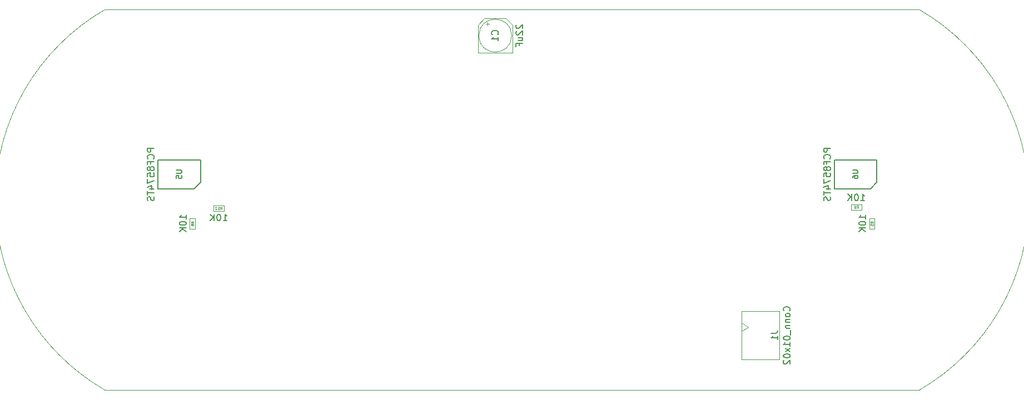
<source format=gbr>
%TF.GenerationSoftware,KiCad,Pcbnew,7.0.5-7.0.5~ubuntu20.04.1*%
%TF.CreationDate,2023-06-19T07:22:00+00:00*%
%TF.ProjectId,Controler_NRF24L01_Exclude_v3,436f6e74-726f-46c6-9572-5f4e52463234,rev?*%
%TF.SameCoordinates,Original*%
%TF.FileFunction,AssemblyDrawing,Bot*%
%FSLAX45Y45*%
G04 Gerber Fmt 4.5, Leading zero omitted, Abs format (unit mm)*
G04 Created by KiCad (PCBNEW 7.0.5-7.0.5~ubuntu20.04.1) date 2023-06-19 07:22:00*
%MOMM*%
%LPD*%
G01*
G04 APERTURE LIST*
%TA.AperFunction,Profile*%
%ADD10C,0.050000*%
%TD*%
%TA.AperFunction,Profile*%
%ADD11C,0.100000*%
%TD*%
%ADD12C,0.150000*%
%ADD13C,0.060000*%
%ADD14C,0.100000*%
G04 APERTURE END LIST*
D10*
X20569000Y-12290000D02*
G75*
G03*
X20569000Y-6490000I-1674316J2900000D01*
G01*
D11*
X8169000Y-6490000D02*
X20569000Y-6490000D01*
X8169000Y-12290000D02*
X20569000Y-12290000D01*
D10*
X8169000Y-6490000D02*
G75*
G03*
X8169000Y-12290000I1674316J-2900000D01*
G01*
D12*
X8915482Y-8604762D02*
X8815482Y-8604762D01*
X8815482Y-8604762D02*
X8815482Y-8642857D01*
X8815482Y-8642857D02*
X8820244Y-8652381D01*
X8820244Y-8652381D02*
X8825006Y-8657143D01*
X8825006Y-8657143D02*
X8834530Y-8661905D01*
X8834530Y-8661905D02*
X8848815Y-8661905D01*
X8848815Y-8661905D02*
X8858339Y-8657143D01*
X8858339Y-8657143D02*
X8863101Y-8652381D01*
X8863101Y-8652381D02*
X8867863Y-8642857D01*
X8867863Y-8642857D02*
X8867863Y-8604762D01*
X8905958Y-8761905D02*
X8910720Y-8757143D01*
X8910720Y-8757143D02*
X8915482Y-8742857D01*
X8915482Y-8742857D02*
X8915482Y-8733333D01*
X8915482Y-8733333D02*
X8910720Y-8719048D01*
X8910720Y-8719048D02*
X8901196Y-8709524D01*
X8901196Y-8709524D02*
X8891672Y-8704762D01*
X8891672Y-8704762D02*
X8872625Y-8700000D01*
X8872625Y-8700000D02*
X8858339Y-8700000D01*
X8858339Y-8700000D02*
X8839291Y-8704762D01*
X8839291Y-8704762D02*
X8829768Y-8709524D01*
X8829768Y-8709524D02*
X8820244Y-8719048D01*
X8820244Y-8719048D02*
X8815482Y-8733333D01*
X8815482Y-8733333D02*
X8815482Y-8742857D01*
X8815482Y-8742857D02*
X8820244Y-8757143D01*
X8820244Y-8757143D02*
X8825006Y-8761905D01*
X8863101Y-8838095D02*
X8863101Y-8804762D01*
X8915482Y-8804762D02*
X8815482Y-8804762D01*
X8815482Y-8804762D02*
X8815482Y-8852381D01*
X8858339Y-8904762D02*
X8853577Y-8895238D01*
X8853577Y-8895238D02*
X8848815Y-8890476D01*
X8848815Y-8890476D02*
X8839291Y-8885714D01*
X8839291Y-8885714D02*
X8834530Y-8885714D01*
X8834530Y-8885714D02*
X8825006Y-8890476D01*
X8825006Y-8890476D02*
X8820244Y-8895238D01*
X8820244Y-8895238D02*
X8815482Y-8904762D01*
X8815482Y-8904762D02*
X8815482Y-8923810D01*
X8815482Y-8923810D02*
X8820244Y-8933333D01*
X8820244Y-8933333D02*
X8825006Y-8938095D01*
X8825006Y-8938095D02*
X8834530Y-8942857D01*
X8834530Y-8942857D02*
X8839291Y-8942857D01*
X8839291Y-8942857D02*
X8848815Y-8938095D01*
X8848815Y-8938095D02*
X8853577Y-8933333D01*
X8853577Y-8933333D02*
X8858339Y-8923810D01*
X8858339Y-8923810D02*
X8858339Y-8904762D01*
X8858339Y-8904762D02*
X8863101Y-8895238D01*
X8863101Y-8895238D02*
X8867863Y-8890476D01*
X8867863Y-8890476D02*
X8877387Y-8885714D01*
X8877387Y-8885714D02*
X8896434Y-8885714D01*
X8896434Y-8885714D02*
X8905958Y-8890476D01*
X8905958Y-8890476D02*
X8910720Y-8895238D01*
X8910720Y-8895238D02*
X8915482Y-8904762D01*
X8915482Y-8904762D02*
X8915482Y-8923810D01*
X8915482Y-8923810D02*
X8910720Y-8933333D01*
X8910720Y-8933333D02*
X8905958Y-8938095D01*
X8905958Y-8938095D02*
X8896434Y-8942857D01*
X8896434Y-8942857D02*
X8877387Y-8942857D01*
X8877387Y-8942857D02*
X8867863Y-8938095D01*
X8867863Y-8938095D02*
X8863101Y-8933333D01*
X8863101Y-8933333D02*
X8858339Y-8923810D01*
X8815482Y-9033333D02*
X8815482Y-8985714D01*
X8815482Y-8985714D02*
X8863101Y-8980952D01*
X8863101Y-8980952D02*
X8858339Y-8985714D01*
X8858339Y-8985714D02*
X8853577Y-8995238D01*
X8853577Y-8995238D02*
X8853577Y-9019048D01*
X8853577Y-9019048D02*
X8858339Y-9028571D01*
X8858339Y-9028571D02*
X8863101Y-9033333D01*
X8863101Y-9033333D02*
X8872625Y-9038095D01*
X8872625Y-9038095D02*
X8896434Y-9038095D01*
X8896434Y-9038095D02*
X8905958Y-9033333D01*
X8905958Y-9033333D02*
X8910720Y-9028571D01*
X8910720Y-9028571D02*
X8915482Y-9019048D01*
X8915482Y-9019048D02*
X8915482Y-8995238D01*
X8915482Y-8995238D02*
X8910720Y-8985714D01*
X8910720Y-8985714D02*
X8905958Y-8980952D01*
X8815482Y-9071429D02*
X8815482Y-9138095D01*
X8815482Y-9138095D02*
X8915482Y-9095238D01*
X8848815Y-9219048D02*
X8915482Y-9219048D01*
X8810720Y-9195238D02*
X8882149Y-9171429D01*
X8882149Y-9171429D02*
X8882149Y-9233333D01*
X8815482Y-9257143D02*
X8815482Y-9314286D01*
X8915482Y-9285714D02*
X8815482Y-9285714D01*
X8910720Y-9342857D02*
X8915482Y-9357143D01*
X8915482Y-9357143D02*
X8915482Y-9380952D01*
X8915482Y-9380952D02*
X8910720Y-9390476D01*
X8910720Y-9390476D02*
X8905958Y-9395238D01*
X8905958Y-9395238D02*
X8896434Y-9400000D01*
X8896434Y-9400000D02*
X8886910Y-9400000D01*
X8886910Y-9400000D02*
X8877387Y-9395238D01*
X8877387Y-9395238D02*
X8872625Y-9390476D01*
X8872625Y-9390476D02*
X8867863Y-9380952D01*
X8867863Y-9380952D02*
X8863101Y-9361905D01*
X8863101Y-9361905D02*
X8858339Y-9352381D01*
X8858339Y-9352381D02*
X8853577Y-9347619D01*
X8853577Y-9347619D02*
X8844053Y-9342857D01*
X8844053Y-9342857D02*
X8834530Y-9342857D01*
X8834530Y-9342857D02*
X8825006Y-9347619D01*
X8825006Y-9347619D02*
X8820244Y-9352381D01*
X8820244Y-9352381D02*
X8815482Y-9361905D01*
X8815482Y-9361905D02*
X8815482Y-9385714D01*
X8815482Y-9385714D02*
X8820244Y-9400000D01*
X9256230Y-8939048D02*
X9320991Y-8939048D01*
X9320991Y-8939048D02*
X9328610Y-8942857D01*
X9328610Y-8942857D02*
X9332420Y-8946667D01*
X9332420Y-8946667D02*
X9336230Y-8954286D01*
X9336230Y-8954286D02*
X9336230Y-8969524D01*
X9336230Y-8969524D02*
X9332420Y-8977143D01*
X9332420Y-8977143D02*
X9328610Y-8980952D01*
X9328610Y-8980952D02*
X9320991Y-8984762D01*
X9320991Y-8984762D02*
X9256230Y-8984762D01*
X9256230Y-9060952D02*
X9256230Y-9022857D01*
X9256230Y-9022857D02*
X9294325Y-9019048D01*
X9294325Y-9019048D02*
X9290515Y-9022857D01*
X9290515Y-9022857D02*
X9286706Y-9030476D01*
X9286706Y-9030476D02*
X9286706Y-9049524D01*
X9286706Y-9049524D02*
X9290515Y-9057143D01*
X9290515Y-9057143D02*
X9294325Y-9060952D01*
X9294325Y-9060952D02*
X9301944Y-9064762D01*
X9301944Y-9064762D02*
X9320991Y-9064762D01*
X9320991Y-9064762D02*
X9328610Y-9060952D01*
X9328610Y-9060952D02*
X9332420Y-9057143D01*
X9332420Y-9057143D02*
X9336230Y-9049524D01*
X9336230Y-9049524D02*
X9336230Y-9030476D01*
X9336230Y-9030476D02*
X9332420Y-9022857D01*
X9332420Y-9022857D02*
X9328610Y-9019048D01*
X9969048Y-9708482D02*
X10026190Y-9708482D01*
X9997619Y-9708482D02*
X9997619Y-9608482D01*
X9997619Y-9608482D02*
X10007143Y-9622768D01*
X10007143Y-9622768D02*
X10016667Y-9632291D01*
X10016667Y-9632291D02*
X10026190Y-9637053D01*
X9907143Y-9608482D02*
X9897619Y-9608482D01*
X9897619Y-9608482D02*
X9888095Y-9613244D01*
X9888095Y-9613244D02*
X9883333Y-9618006D01*
X9883333Y-9618006D02*
X9878571Y-9627530D01*
X9878571Y-9627530D02*
X9873810Y-9646577D01*
X9873810Y-9646577D02*
X9873810Y-9670387D01*
X9873810Y-9670387D02*
X9878571Y-9689434D01*
X9878571Y-9689434D02*
X9883333Y-9698958D01*
X9883333Y-9698958D02*
X9888095Y-9703720D01*
X9888095Y-9703720D02*
X9897619Y-9708482D01*
X9897619Y-9708482D02*
X9907143Y-9708482D01*
X9907143Y-9708482D02*
X9916667Y-9703720D01*
X9916667Y-9703720D02*
X9921429Y-9698958D01*
X9921429Y-9698958D02*
X9926190Y-9689434D01*
X9926190Y-9689434D02*
X9930952Y-9670387D01*
X9930952Y-9670387D02*
X9930952Y-9646577D01*
X9930952Y-9646577D02*
X9926190Y-9627530D01*
X9926190Y-9627530D02*
X9921429Y-9618006D01*
X9921429Y-9618006D02*
X9916667Y-9613244D01*
X9916667Y-9613244D02*
X9907143Y-9608482D01*
X9830952Y-9708482D02*
X9830952Y-9608482D01*
X9773810Y-9708482D02*
X9816667Y-9651339D01*
X9773810Y-9608482D02*
X9830952Y-9665625D01*
D13*
X9925714Y-9538193D02*
X9939048Y-9519145D01*
X9948571Y-9538193D02*
X9948571Y-9498193D01*
X9948571Y-9498193D02*
X9933333Y-9498193D01*
X9933333Y-9498193D02*
X9929524Y-9500098D01*
X9929524Y-9500098D02*
X9927619Y-9502002D01*
X9927619Y-9502002D02*
X9925714Y-9505812D01*
X9925714Y-9505812D02*
X9925714Y-9511526D01*
X9925714Y-9511526D02*
X9927619Y-9515336D01*
X9927619Y-9515336D02*
X9929524Y-9517240D01*
X9929524Y-9517240D02*
X9933333Y-9519145D01*
X9933333Y-9519145D02*
X9948571Y-9519145D01*
X9887619Y-9538193D02*
X9910476Y-9538193D01*
X9899048Y-9538193D02*
X9899048Y-9498193D01*
X9899048Y-9498193D02*
X9902857Y-9503907D01*
X9902857Y-9503907D02*
X9906667Y-9507717D01*
X9906667Y-9507717D02*
X9910476Y-9509621D01*
X9872381Y-9502002D02*
X9870476Y-9500098D01*
X9870476Y-9500098D02*
X9866667Y-9498193D01*
X9866667Y-9498193D02*
X9857143Y-9498193D01*
X9857143Y-9498193D02*
X9853333Y-9500098D01*
X9853333Y-9500098D02*
X9851429Y-9502002D01*
X9851429Y-9502002D02*
X9849524Y-9505812D01*
X9849524Y-9505812D02*
X9849524Y-9509621D01*
X9849524Y-9509621D02*
X9851429Y-9515336D01*
X9851429Y-9515336D02*
X9874286Y-9538193D01*
X9874286Y-9538193D02*
X9849524Y-9538193D01*
D12*
X19752482Y-9680952D02*
X19752482Y-9623810D01*
X19752482Y-9652381D02*
X19652482Y-9652381D01*
X19652482Y-9652381D02*
X19666768Y-9642857D01*
X19666768Y-9642857D02*
X19676291Y-9633333D01*
X19676291Y-9633333D02*
X19681053Y-9623810D01*
X19652482Y-9742857D02*
X19652482Y-9752381D01*
X19652482Y-9752381D02*
X19657244Y-9761905D01*
X19657244Y-9761905D02*
X19662006Y-9766667D01*
X19662006Y-9766667D02*
X19671530Y-9771429D01*
X19671530Y-9771429D02*
X19690577Y-9776190D01*
X19690577Y-9776190D02*
X19714387Y-9776190D01*
X19714387Y-9776190D02*
X19733434Y-9771429D01*
X19733434Y-9771429D02*
X19742958Y-9766667D01*
X19742958Y-9766667D02*
X19747720Y-9761905D01*
X19747720Y-9761905D02*
X19752482Y-9752381D01*
X19752482Y-9752381D02*
X19752482Y-9742857D01*
X19752482Y-9742857D02*
X19747720Y-9733333D01*
X19747720Y-9733333D02*
X19742958Y-9728571D01*
X19742958Y-9728571D02*
X19733434Y-9723810D01*
X19733434Y-9723810D02*
X19714387Y-9719048D01*
X19714387Y-9719048D02*
X19690577Y-9719048D01*
X19690577Y-9719048D02*
X19671530Y-9723810D01*
X19671530Y-9723810D02*
X19662006Y-9728571D01*
X19662006Y-9728571D02*
X19657244Y-9733333D01*
X19657244Y-9733333D02*
X19652482Y-9742857D01*
X19752482Y-9819048D02*
X19652482Y-9819048D01*
X19752482Y-9876190D02*
X19695339Y-9833333D01*
X19652482Y-9876190D02*
X19709625Y-9819048D01*
D13*
X19868193Y-9743333D02*
X19849145Y-9730000D01*
X19868193Y-9720476D02*
X19828193Y-9720476D01*
X19828193Y-9720476D02*
X19828193Y-9735714D01*
X19828193Y-9735714D02*
X19830098Y-9739524D01*
X19830098Y-9739524D02*
X19832002Y-9741429D01*
X19832002Y-9741429D02*
X19835812Y-9743333D01*
X19835812Y-9743333D02*
X19841526Y-9743333D01*
X19841526Y-9743333D02*
X19845336Y-9741429D01*
X19845336Y-9741429D02*
X19847240Y-9739524D01*
X19847240Y-9739524D02*
X19849145Y-9735714D01*
X19849145Y-9735714D02*
X19849145Y-9720476D01*
X19828193Y-9779524D02*
X19828193Y-9760476D01*
X19828193Y-9760476D02*
X19847240Y-9758571D01*
X19847240Y-9758571D02*
X19845336Y-9760476D01*
X19845336Y-9760476D02*
X19843431Y-9764286D01*
X19843431Y-9764286D02*
X19843431Y-9773810D01*
X19843431Y-9773810D02*
X19845336Y-9777619D01*
X19845336Y-9777619D02*
X19847240Y-9779524D01*
X19847240Y-9779524D02*
X19851050Y-9781429D01*
X19851050Y-9781429D02*
X19860574Y-9781429D01*
X19860574Y-9781429D02*
X19864383Y-9779524D01*
X19864383Y-9779524D02*
X19866288Y-9777619D01*
X19866288Y-9777619D02*
X19868193Y-9773810D01*
X19868193Y-9773810D02*
X19868193Y-9764286D01*
X19868193Y-9764286D02*
X19866288Y-9760476D01*
X19866288Y-9760476D02*
X19864383Y-9758571D01*
D12*
X18592458Y-11081190D02*
X18597220Y-11076429D01*
X18597220Y-11076429D02*
X18601982Y-11062143D01*
X18601982Y-11062143D02*
X18601982Y-11052619D01*
X18601982Y-11052619D02*
X18597220Y-11038333D01*
X18597220Y-11038333D02*
X18587696Y-11028810D01*
X18587696Y-11028810D02*
X18578172Y-11024048D01*
X18578172Y-11024048D02*
X18559125Y-11019286D01*
X18559125Y-11019286D02*
X18544839Y-11019286D01*
X18544839Y-11019286D02*
X18525791Y-11024048D01*
X18525791Y-11024048D02*
X18516268Y-11028810D01*
X18516268Y-11028810D02*
X18506744Y-11038333D01*
X18506744Y-11038333D02*
X18501982Y-11052619D01*
X18501982Y-11052619D02*
X18501982Y-11062143D01*
X18501982Y-11062143D02*
X18506744Y-11076429D01*
X18506744Y-11076429D02*
X18511506Y-11081190D01*
X18601982Y-11138333D02*
X18597220Y-11128810D01*
X18597220Y-11128810D02*
X18592458Y-11124048D01*
X18592458Y-11124048D02*
X18582934Y-11119286D01*
X18582934Y-11119286D02*
X18554363Y-11119286D01*
X18554363Y-11119286D02*
X18544839Y-11124048D01*
X18544839Y-11124048D02*
X18540077Y-11128810D01*
X18540077Y-11128810D02*
X18535315Y-11138333D01*
X18535315Y-11138333D02*
X18535315Y-11152619D01*
X18535315Y-11152619D02*
X18540077Y-11162143D01*
X18540077Y-11162143D02*
X18544839Y-11166905D01*
X18544839Y-11166905D02*
X18554363Y-11171667D01*
X18554363Y-11171667D02*
X18582934Y-11171667D01*
X18582934Y-11171667D02*
X18592458Y-11166905D01*
X18592458Y-11166905D02*
X18597220Y-11162143D01*
X18597220Y-11162143D02*
X18601982Y-11152619D01*
X18601982Y-11152619D02*
X18601982Y-11138333D01*
X18535315Y-11214524D02*
X18601982Y-11214524D01*
X18544839Y-11214524D02*
X18540077Y-11219286D01*
X18540077Y-11219286D02*
X18535315Y-11228809D01*
X18535315Y-11228809D02*
X18535315Y-11243095D01*
X18535315Y-11243095D02*
X18540077Y-11252619D01*
X18540077Y-11252619D02*
X18549601Y-11257381D01*
X18549601Y-11257381D02*
X18601982Y-11257381D01*
X18535315Y-11305000D02*
X18601982Y-11305000D01*
X18544839Y-11305000D02*
X18540077Y-11309762D01*
X18540077Y-11309762D02*
X18535315Y-11319286D01*
X18535315Y-11319286D02*
X18535315Y-11333571D01*
X18535315Y-11333571D02*
X18540077Y-11343095D01*
X18540077Y-11343095D02*
X18549601Y-11347857D01*
X18549601Y-11347857D02*
X18601982Y-11347857D01*
X18611506Y-11371667D02*
X18611506Y-11447857D01*
X18501982Y-11490714D02*
X18501982Y-11500238D01*
X18501982Y-11500238D02*
X18506744Y-11509762D01*
X18506744Y-11509762D02*
X18511506Y-11514524D01*
X18511506Y-11514524D02*
X18521030Y-11519286D01*
X18521030Y-11519286D02*
X18540077Y-11524048D01*
X18540077Y-11524048D02*
X18563887Y-11524048D01*
X18563887Y-11524048D02*
X18582934Y-11519286D01*
X18582934Y-11519286D02*
X18592458Y-11514524D01*
X18592458Y-11514524D02*
X18597220Y-11509762D01*
X18597220Y-11509762D02*
X18601982Y-11500238D01*
X18601982Y-11500238D02*
X18601982Y-11490714D01*
X18601982Y-11490714D02*
X18597220Y-11481190D01*
X18597220Y-11481190D02*
X18592458Y-11476429D01*
X18592458Y-11476429D02*
X18582934Y-11471667D01*
X18582934Y-11471667D02*
X18563887Y-11466905D01*
X18563887Y-11466905D02*
X18540077Y-11466905D01*
X18540077Y-11466905D02*
X18521030Y-11471667D01*
X18521030Y-11471667D02*
X18511506Y-11476429D01*
X18511506Y-11476429D02*
X18506744Y-11481190D01*
X18506744Y-11481190D02*
X18501982Y-11490714D01*
X18601982Y-11619286D02*
X18601982Y-11562143D01*
X18601982Y-11590714D02*
X18501982Y-11590714D01*
X18501982Y-11590714D02*
X18516268Y-11581190D01*
X18516268Y-11581190D02*
X18525791Y-11571667D01*
X18525791Y-11571667D02*
X18530553Y-11562143D01*
X18601982Y-11652619D02*
X18535315Y-11705000D01*
X18535315Y-11652619D02*
X18601982Y-11705000D01*
X18501982Y-11762143D02*
X18501982Y-11771667D01*
X18501982Y-11771667D02*
X18506744Y-11781190D01*
X18506744Y-11781190D02*
X18511506Y-11785952D01*
X18511506Y-11785952D02*
X18521030Y-11790714D01*
X18521030Y-11790714D02*
X18540077Y-11795476D01*
X18540077Y-11795476D02*
X18563887Y-11795476D01*
X18563887Y-11795476D02*
X18582934Y-11790714D01*
X18582934Y-11790714D02*
X18592458Y-11785952D01*
X18592458Y-11785952D02*
X18597220Y-11781190D01*
X18597220Y-11781190D02*
X18601982Y-11771667D01*
X18601982Y-11771667D02*
X18601982Y-11762143D01*
X18601982Y-11762143D02*
X18597220Y-11752619D01*
X18597220Y-11752619D02*
X18592458Y-11747857D01*
X18592458Y-11747857D02*
X18582934Y-11743095D01*
X18582934Y-11743095D02*
X18563887Y-11738333D01*
X18563887Y-11738333D02*
X18540077Y-11738333D01*
X18540077Y-11738333D02*
X18521030Y-11743095D01*
X18521030Y-11743095D02*
X18511506Y-11747857D01*
X18511506Y-11747857D02*
X18506744Y-11752619D01*
X18506744Y-11752619D02*
X18501982Y-11762143D01*
X18511506Y-11833571D02*
X18506744Y-11838333D01*
X18506744Y-11838333D02*
X18501982Y-11847857D01*
X18501982Y-11847857D02*
X18501982Y-11871667D01*
X18501982Y-11871667D02*
X18506744Y-11881190D01*
X18506744Y-11881190D02*
X18511506Y-11885952D01*
X18511506Y-11885952D02*
X18521030Y-11890714D01*
X18521030Y-11890714D02*
X18530553Y-11890714D01*
X18530553Y-11890714D02*
X18544839Y-11885952D01*
X18544839Y-11885952D02*
X18601982Y-11828810D01*
X18601982Y-11828810D02*
X18601982Y-11890714D01*
X18311982Y-11421667D02*
X18383410Y-11421667D01*
X18383410Y-11421667D02*
X18397696Y-11416905D01*
X18397696Y-11416905D02*
X18407220Y-11407381D01*
X18407220Y-11407381D02*
X18411982Y-11393095D01*
X18411982Y-11393095D02*
X18411982Y-11383571D01*
X18411982Y-11521667D02*
X18411982Y-11464524D01*
X18411982Y-11493095D02*
X18311982Y-11493095D01*
X18311982Y-11493095D02*
X18326268Y-11483571D01*
X18326268Y-11483571D02*
X18335791Y-11474048D01*
X18335791Y-11474048D02*
X18340553Y-11464524D01*
X19215482Y-8604762D02*
X19115482Y-8604762D01*
X19115482Y-8604762D02*
X19115482Y-8642857D01*
X19115482Y-8642857D02*
X19120244Y-8652381D01*
X19120244Y-8652381D02*
X19125006Y-8657143D01*
X19125006Y-8657143D02*
X19134530Y-8661905D01*
X19134530Y-8661905D02*
X19148815Y-8661905D01*
X19148815Y-8661905D02*
X19158339Y-8657143D01*
X19158339Y-8657143D02*
X19163101Y-8652381D01*
X19163101Y-8652381D02*
X19167863Y-8642857D01*
X19167863Y-8642857D02*
X19167863Y-8604762D01*
X19205958Y-8761905D02*
X19210720Y-8757143D01*
X19210720Y-8757143D02*
X19215482Y-8742857D01*
X19215482Y-8742857D02*
X19215482Y-8733333D01*
X19215482Y-8733333D02*
X19210720Y-8719048D01*
X19210720Y-8719048D02*
X19201196Y-8709524D01*
X19201196Y-8709524D02*
X19191672Y-8704762D01*
X19191672Y-8704762D02*
X19172625Y-8700000D01*
X19172625Y-8700000D02*
X19158339Y-8700000D01*
X19158339Y-8700000D02*
X19139291Y-8704762D01*
X19139291Y-8704762D02*
X19129768Y-8709524D01*
X19129768Y-8709524D02*
X19120244Y-8719048D01*
X19120244Y-8719048D02*
X19115482Y-8733333D01*
X19115482Y-8733333D02*
X19115482Y-8742857D01*
X19115482Y-8742857D02*
X19120244Y-8757143D01*
X19120244Y-8757143D02*
X19125006Y-8761905D01*
X19163101Y-8838095D02*
X19163101Y-8804762D01*
X19215482Y-8804762D02*
X19115482Y-8804762D01*
X19115482Y-8804762D02*
X19115482Y-8852381D01*
X19158339Y-8904762D02*
X19153577Y-8895238D01*
X19153577Y-8895238D02*
X19148815Y-8890476D01*
X19148815Y-8890476D02*
X19139291Y-8885714D01*
X19139291Y-8885714D02*
X19134530Y-8885714D01*
X19134530Y-8885714D02*
X19125006Y-8890476D01*
X19125006Y-8890476D02*
X19120244Y-8895238D01*
X19120244Y-8895238D02*
X19115482Y-8904762D01*
X19115482Y-8904762D02*
X19115482Y-8923810D01*
X19115482Y-8923810D02*
X19120244Y-8933333D01*
X19120244Y-8933333D02*
X19125006Y-8938095D01*
X19125006Y-8938095D02*
X19134530Y-8942857D01*
X19134530Y-8942857D02*
X19139291Y-8942857D01*
X19139291Y-8942857D02*
X19148815Y-8938095D01*
X19148815Y-8938095D02*
X19153577Y-8933333D01*
X19153577Y-8933333D02*
X19158339Y-8923810D01*
X19158339Y-8923810D02*
X19158339Y-8904762D01*
X19158339Y-8904762D02*
X19163101Y-8895238D01*
X19163101Y-8895238D02*
X19167863Y-8890476D01*
X19167863Y-8890476D02*
X19177387Y-8885714D01*
X19177387Y-8885714D02*
X19196434Y-8885714D01*
X19196434Y-8885714D02*
X19205958Y-8890476D01*
X19205958Y-8890476D02*
X19210720Y-8895238D01*
X19210720Y-8895238D02*
X19215482Y-8904762D01*
X19215482Y-8904762D02*
X19215482Y-8923810D01*
X19215482Y-8923810D02*
X19210720Y-8933333D01*
X19210720Y-8933333D02*
X19205958Y-8938095D01*
X19205958Y-8938095D02*
X19196434Y-8942857D01*
X19196434Y-8942857D02*
X19177387Y-8942857D01*
X19177387Y-8942857D02*
X19167863Y-8938095D01*
X19167863Y-8938095D02*
X19163101Y-8933333D01*
X19163101Y-8933333D02*
X19158339Y-8923810D01*
X19115482Y-9033333D02*
X19115482Y-8985714D01*
X19115482Y-8985714D02*
X19163101Y-8980952D01*
X19163101Y-8980952D02*
X19158339Y-8985714D01*
X19158339Y-8985714D02*
X19153577Y-8995238D01*
X19153577Y-8995238D02*
X19153577Y-9019048D01*
X19153577Y-9019048D02*
X19158339Y-9028571D01*
X19158339Y-9028571D02*
X19163101Y-9033333D01*
X19163101Y-9033333D02*
X19172625Y-9038095D01*
X19172625Y-9038095D02*
X19196434Y-9038095D01*
X19196434Y-9038095D02*
X19205958Y-9033333D01*
X19205958Y-9033333D02*
X19210720Y-9028571D01*
X19210720Y-9028571D02*
X19215482Y-9019048D01*
X19215482Y-9019048D02*
X19215482Y-8995238D01*
X19215482Y-8995238D02*
X19210720Y-8985714D01*
X19210720Y-8985714D02*
X19205958Y-8980952D01*
X19115482Y-9071429D02*
X19115482Y-9138095D01*
X19115482Y-9138095D02*
X19215482Y-9095238D01*
X19148815Y-9219048D02*
X19215482Y-9219048D01*
X19110720Y-9195238D02*
X19182149Y-9171429D01*
X19182149Y-9171429D02*
X19182149Y-9233333D01*
X19115482Y-9257143D02*
X19115482Y-9314286D01*
X19215482Y-9285714D02*
X19115482Y-9285714D01*
X19210720Y-9342857D02*
X19215482Y-9357143D01*
X19215482Y-9357143D02*
X19215482Y-9380952D01*
X19215482Y-9380952D02*
X19210720Y-9390476D01*
X19210720Y-9390476D02*
X19205958Y-9395238D01*
X19205958Y-9395238D02*
X19196434Y-9400000D01*
X19196434Y-9400000D02*
X19186910Y-9400000D01*
X19186910Y-9400000D02*
X19177387Y-9395238D01*
X19177387Y-9395238D02*
X19172625Y-9390476D01*
X19172625Y-9390476D02*
X19167863Y-9380952D01*
X19167863Y-9380952D02*
X19163101Y-9361905D01*
X19163101Y-9361905D02*
X19158339Y-9352381D01*
X19158339Y-9352381D02*
X19153577Y-9347619D01*
X19153577Y-9347619D02*
X19144053Y-9342857D01*
X19144053Y-9342857D02*
X19134530Y-9342857D01*
X19134530Y-9342857D02*
X19125006Y-9347619D01*
X19125006Y-9347619D02*
X19120244Y-9352381D01*
X19120244Y-9352381D02*
X19115482Y-9361905D01*
X19115482Y-9361905D02*
X19115482Y-9385714D01*
X19115482Y-9385714D02*
X19120244Y-9400000D01*
X19556230Y-8939048D02*
X19620991Y-8939048D01*
X19620991Y-8939048D02*
X19628610Y-8942857D01*
X19628610Y-8942857D02*
X19632420Y-8946667D01*
X19632420Y-8946667D02*
X19636230Y-8954286D01*
X19636230Y-8954286D02*
X19636230Y-8969524D01*
X19636230Y-8969524D02*
X19632420Y-8977143D01*
X19632420Y-8977143D02*
X19628610Y-8980952D01*
X19628610Y-8980952D02*
X19620991Y-8984762D01*
X19620991Y-8984762D02*
X19556230Y-8984762D01*
X19556230Y-9057143D02*
X19556230Y-9041905D01*
X19556230Y-9041905D02*
X19560039Y-9034286D01*
X19560039Y-9034286D02*
X19563849Y-9030476D01*
X19563849Y-9030476D02*
X19575277Y-9022857D01*
X19575277Y-9022857D02*
X19590515Y-9019048D01*
X19590515Y-9019048D02*
X19620991Y-9019048D01*
X19620991Y-9019048D02*
X19628610Y-9022857D01*
X19628610Y-9022857D02*
X19632420Y-9026667D01*
X19632420Y-9026667D02*
X19636230Y-9034286D01*
X19636230Y-9034286D02*
X19636230Y-9049524D01*
X19636230Y-9049524D02*
X19632420Y-9057143D01*
X19632420Y-9057143D02*
X19628610Y-9060952D01*
X19628610Y-9060952D02*
X19620991Y-9064762D01*
X19620991Y-9064762D02*
X19601944Y-9064762D01*
X19601944Y-9064762D02*
X19594325Y-9060952D01*
X19594325Y-9060952D02*
X19590515Y-9057143D01*
X19590515Y-9057143D02*
X19586706Y-9049524D01*
X19586706Y-9049524D02*
X19586706Y-9034286D01*
X19586706Y-9034286D02*
X19590515Y-9026667D01*
X19590515Y-9026667D02*
X19594325Y-9022857D01*
X19594325Y-9022857D02*
X19601944Y-9019048D01*
X9402482Y-9680952D02*
X9402482Y-9623810D01*
X9402482Y-9652381D02*
X9302482Y-9652381D01*
X9302482Y-9652381D02*
X9316768Y-9642857D01*
X9316768Y-9642857D02*
X9326291Y-9633333D01*
X9326291Y-9633333D02*
X9331053Y-9623810D01*
X9302482Y-9742857D02*
X9302482Y-9752381D01*
X9302482Y-9752381D02*
X9307244Y-9761905D01*
X9307244Y-9761905D02*
X9312006Y-9766667D01*
X9312006Y-9766667D02*
X9321530Y-9771429D01*
X9321530Y-9771429D02*
X9340577Y-9776190D01*
X9340577Y-9776190D02*
X9364387Y-9776190D01*
X9364387Y-9776190D02*
X9383434Y-9771429D01*
X9383434Y-9771429D02*
X9392958Y-9766667D01*
X9392958Y-9766667D02*
X9397720Y-9761905D01*
X9397720Y-9761905D02*
X9402482Y-9752381D01*
X9402482Y-9752381D02*
X9402482Y-9742857D01*
X9402482Y-9742857D02*
X9397720Y-9733333D01*
X9397720Y-9733333D02*
X9392958Y-9728571D01*
X9392958Y-9728571D02*
X9383434Y-9723810D01*
X9383434Y-9723810D02*
X9364387Y-9719048D01*
X9364387Y-9719048D02*
X9340577Y-9719048D01*
X9340577Y-9719048D02*
X9321530Y-9723810D01*
X9321530Y-9723810D02*
X9312006Y-9728571D01*
X9312006Y-9728571D02*
X9307244Y-9733333D01*
X9307244Y-9733333D02*
X9302482Y-9742857D01*
X9402482Y-9819048D02*
X9302482Y-9819048D01*
X9402482Y-9876190D02*
X9345339Y-9833333D01*
X9302482Y-9876190D02*
X9359625Y-9819048D01*
D13*
X9518193Y-9743333D02*
X9499145Y-9730000D01*
X9518193Y-9720476D02*
X9478193Y-9720476D01*
X9478193Y-9720476D02*
X9478193Y-9735714D01*
X9478193Y-9735714D02*
X9480098Y-9739524D01*
X9480098Y-9739524D02*
X9482002Y-9741429D01*
X9482002Y-9741429D02*
X9485812Y-9743333D01*
X9485812Y-9743333D02*
X9491526Y-9743333D01*
X9491526Y-9743333D02*
X9495336Y-9741429D01*
X9495336Y-9741429D02*
X9497240Y-9739524D01*
X9497240Y-9739524D02*
X9499145Y-9735714D01*
X9499145Y-9735714D02*
X9499145Y-9720476D01*
X9495336Y-9766190D02*
X9493431Y-9762381D01*
X9493431Y-9762381D02*
X9491526Y-9760476D01*
X9491526Y-9760476D02*
X9487717Y-9758571D01*
X9487717Y-9758571D02*
X9485812Y-9758571D01*
X9485812Y-9758571D02*
X9482002Y-9760476D01*
X9482002Y-9760476D02*
X9480098Y-9762381D01*
X9480098Y-9762381D02*
X9478193Y-9766190D01*
X9478193Y-9766190D02*
X9478193Y-9773810D01*
X9478193Y-9773810D02*
X9480098Y-9777619D01*
X9480098Y-9777619D02*
X9482002Y-9779524D01*
X9482002Y-9779524D02*
X9485812Y-9781429D01*
X9485812Y-9781429D02*
X9487717Y-9781429D01*
X9487717Y-9781429D02*
X9491526Y-9779524D01*
X9491526Y-9779524D02*
X9493431Y-9777619D01*
X9493431Y-9777619D02*
X9495336Y-9773810D01*
X9495336Y-9773810D02*
X9495336Y-9766190D01*
X9495336Y-9766190D02*
X9497240Y-9762381D01*
X9497240Y-9762381D02*
X9499145Y-9760476D01*
X9499145Y-9760476D02*
X9502955Y-9758571D01*
X9502955Y-9758571D02*
X9510574Y-9758571D01*
X9510574Y-9758571D02*
X9514383Y-9760476D01*
X9514383Y-9760476D02*
X9516288Y-9762381D01*
X9516288Y-9762381D02*
X9518193Y-9766190D01*
X9518193Y-9766190D02*
X9518193Y-9773810D01*
X9518193Y-9773810D02*
X9516288Y-9777619D01*
X9516288Y-9777619D02*
X9514383Y-9779524D01*
X9514383Y-9779524D02*
X9510574Y-9781429D01*
X9510574Y-9781429D02*
X9502955Y-9781429D01*
X9502955Y-9781429D02*
X9499145Y-9779524D01*
X9499145Y-9779524D02*
X9497240Y-9777619D01*
X9497240Y-9777619D02*
X9495336Y-9773810D01*
D12*
X14437006Y-6722714D02*
X14432244Y-6727476D01*
X14432244Y-6727476D02*
X14427482Y-6737000D01*
X14427482Y-6737000D02*
X14427482Y-6760809D01*
X14427482Y-6760809D02*
X14432244Y-6770333D01*
X14432244Y-6770333D02*
X14437006Y-6775095D01*
X14437006Y-6775095D02*
X14446529Y-6779857D01*
X14446529Y-6779857D02*
X14456053Y-6779857D01*
X14456053Y-6779857D02*
X14470339Y-6775095D01*
X14470339Y-6775095D02*
X14527482Y-6717952D01*
X14527482Y-6717952D02*
X14527482Y-6779857D01*
X14437006Y-6817952D02*
X14432244Y-6822714D01*
X14432244Y-6822714D02*
X14427482Y-6832238D01*
X14427482Y-6832238D02*
X14427482Y-6856048D01*
X14427482Y-6856048D02*
X14432244Y-6865571D01*
X14432244Y-6865571D02*
X14437006Y-6870333D01*
X14437006Y-6870333D02*
X14446529Y-6875095D01*
X14446529Y-6875095D02*
X14456053Y-6875095D01*
X14456053Y-6875095D02*
X14470339Y-6870333D01*
X14470339Y-6870333D02*
X14527482Y-6813190D01*
X14527482Y-6813190D02*
X14527482Y-6875095D01*
X14460815Y-6960809D02*
X14527482Y-6960809D01*
X14460815Y-6917952D02*
X14513196Y-6917952D01*
X14513196Y-6917952D02*
X14522720Y-6922714D01*
X14522720Y-6922714D02*
X14527482Y-6932238D01*
X14527482Y-6932238D02*
X14527482Y-6946524D01*
X14527482Y-6946524D02*
X14522720Y-6956048D01*
X14522720Y-6956048D02*
X14517958Y-6960809D01*
X14475101Y-7041762D02*
X14475101Y-7008429D01*
X14527482Y-7008429D02*
X14427482Y-7008429D01*
X14427482Y-7008429D02*
X14427482Y-7056048D01*
X14147958Y-6870333D02*
X14152720Y-6865571D01*
X14152720Y-6865571D02*
X14157482Y-6851286D01*
X14157482Y-6851286D02*
X14157482Y-6841762D01*
X14157482Y-6841762D02*
X14152720Y-6827476D01*
X14152720Y-6827476D02*
X14143196Y-6817952D01*
X14143196Y-6817952D02*
X14133672Y-6813190D01*
X14133672Y-6813190D02*
X14114625Y-6808429D01*
X14114625Y-6808429D02*
X14100339Y-6808429D01*
X14100339Y-6808429D02*
X14081291Y-6813190D01*
X14081291Y-6813190D02*
X14071768Y-6817952D01*
X14071768Y-6817952D02*
X14062244Y-6827476D01*
X14062244Y-6827476D02*
X14057482Y-6841762D01*
X14057482Y-6841762D02*
X14057482Y-6851286D01*
X14057482Y-6851286D02*
X14062244Y-6865571D01*
X14062244Y-6865571D02*
X14067006Y-6870333D01*
X14157482Y-6965571D02*
X14157482Y-6908429D01*
X14157482Y-6937000D02*
X14057482Y-6937000D01*
X14057482Y-6937000D02*
X14071768Y-6927476D01*
X14071768Y-6927476D02*
X14081291Y-6917952D01*
X14081291Y-6917952D02*
X14086053Y-6908429D01*
X19679048Y-9402482D02*
X19736190Y-9402482D01*
X19707619Y-9402482D02*
X19707619Y-9302482D01*
X19707619Y-9302482D02*
X19717143Y-9316768D01*
X19717143Y-9316768D02*
X19726667Y-9326291D01*
X19726667Y-9326291D02*
X19736190Y-9331053D01*
X19617143Y-9302482D02*
X19607619Y-9302482D01*
X19607619Y-9302482D02*
X19598095Y-9307244D01*
X19598095Y-9307244D02*
X19593333Y-9312006D01*
X19593333Y-9312006D02*
X19588571Y-9321530D01*
X19588571Y-9321530D02*
X19583810Y-9340577D01*
X19583810Y-9340577D02*
X19583810Y-9364387D01*
X19583810Y-9364387D02*
X19588571Y-9383434D01*
X19588571Y-9383434D02*
X19593333Y-9392958D01*
X19593333Y-9392958D02*
X19598095Y-9397720D01*
X19598095Y-9397720D02*
X19607619Y-9402482D01*
X19607619Y-9402482D02*
X19617143Y-9402482D01*
X19617143Y-9402482D02*
X19626667Y-9397720D01*
X19626667Y-9397720D02*
X19631429Y-9392958D01*
X19631429Y-9392958D02*
X19636190Y-9383434D01*
X19636190Y-9383434D02*
X19640952Y-9364387D01*
X19640952Y-9364387D02*
X19640952Y-9340577D01*
X19640952Y-9340577D02*
X19636190Y-9321530D01*
X19636190Y-9321530D02*
X19631429Y-9312006D01*
X19631429Y-9312006D02*
X19626667Y-9307244D01*
X19626667Y-9307244D02*
X19617143Y-9302482D01*
X19540952Y-9402482D02*
X19540952Y-9302482D01*
X19483810Y-9402482D02*
X19526667Y-9345339D01*
X19483810Y-9302482D02*
X19540952Y-9359625D01*
D13*
X19616667Y-9518193D02*
X19630000Y-9499145D01*
X19639524Y-9518193D02*
X19639524Y-9478193D01*
X19639524Y-9478193D02*
X19624286Y-9478193D01*
X19624286Y-9478193D02*
X19620476Y-9480098D01*
X19620476Y-9480098D02*
X19618571Y-9482002D01*
X19618571Y-9482002D02*
X19616667Y-9485812D01*
X19616667Y-9485812D02*
X19616667Y-9491526D01*
X19616667Y-9491526D02*
X19618571Y-9495336D01*
X19618571Y-9495336D02*
X19620476Y-9497240D01*
X19620476Y-9497240D02*
X19624286Y-9499145D01*
X19624286Y-9499145D02*
X19639524Y-9499145D01*
X19582381Y-9478193D02*
X19590000Y-9478193D01*
X19590000Y-9478193D02*
X19593810Y-9480098D01*
X19593810Y-9480098D02*
X19595714Y-9482002D01*
X19595714Y-9482002D02*
X19599524Y-9487717D01*
X19599524Y-9487717D02*
X19601429Y-9495336D01*
X19601429Y-9495336D02*
X19601429Y-9510574D01*
X19601429Y-9510574D02*
X19599524Y-9514383D01*
X19599524Y-9514383D02*
X19597619Y-9516288D01*
X19597619Y-9516288D02*
X19593810Y-9518193D01*
X19593810Y-9518193D02*
X19586190Y-9518193D01*
X19586190Y-9518193D02*
X19582381Y-9516288D01*
X19582381Y-9516288D02*
X19580476Y-9514383D01*
X19580476Y-9514383D02*
X19578571Y-9510574D01*
X19578571Y-9510574D02*
X19578571Y-9501050D01*
X19578571Y-9501050D02*
X19580476Y-9497240D01*
X19580476Y-9497240D02*
X19582381Y-9495336D01*
X19582381Y-9495336D02*
X19586190Y-9493431D01*
X19586190Y-9493431D02*
X19593810Y-9493431D01*
X19593810Y-9493431D02*
X19597619Y-9495336D01*
X19597619Y-9495336D02*
X19599524Y-9497240D01*
X19599524Y-9497240D02*
X19601429Y-9501050D01*
D12*
X8975000Y-9220000D02*
X9525000Y-9220000D01*
X9525000Y-9220000D02*
X9625000Y-9120000D01*
X9625000Y-9120000D02*
X9625000Y-8780000D01*
X8975000Y-8780000D02*
X8975000Y-9220000D01*
X9625000Y-8780000D02*
X8975000Y-8780000D01*
D14*
X9980000Y-9561250D02*
X9980000Y-9478750D01*
X9980000Y-9478750D02*
X9820000Y-9478750D01*
X9820000Y-9561250D02*
X9980000Y-9561250D01*
X9820000Y-9478750D02*
X9820000Y-9561250D01*
X19808750Y-9830000D02*
X19891250Y-9830000D01*
X19891250Y-9830000D02*
X19891250Y-9670000D01*
X19808750Y-9670000D02*
X19808750Y-9830000D01*
X19891250Y-9670000D02*
X19808750Y-9670000D01*
X18436500Y-11085000D02*
X18436500Y-11825000D01*
X17861500Y-11085000D02*
X18436500Y-11085000D01*
X17861500Y-11267500D02*
X17961500Y-11330000D01*
X17961500Y-11330000D02*
X17861500Y-11392500D01*
X18436500Y-11825000D02*
X17861500Y-11825000D01*
X17861500Y-11825000D02*
X17861500Y-11085000D01*
D12*
X19275000Y-9220000D02*
X19825000Y-9220000D01*
X19825000Y-9220000D02*
X19925000Y-9120000D01*
X19925000Y-9120000D02*
X19925000Y-8780000D01*
X19275000Y-8780000D02*
X19275000Y-9220000D01*
X19925000Y-8780000D02*
X19275000Y-8780000D01*
D14*
X9458750Y-9830000D02*
X9541250Y-9830000D01*
X9541250Y-9830000D02*
X9541250Y-9670000D01*
X9458750Y-9670000D02*
X9458750Y-9830000D01*
X9541250Y-9670000D02*
X9458750Y-9670000D01*
X14277000Y-6622000D02*
X14377000Y-6722000D01*
X13947000Y-6622000D02*
X14277000Y-6622000D01*
X13947000Y-6622000D02*
X13847000Y-6722000D01*
X13992000Y-6683604D02*
X13992000Y-6733604D01*
X13967000Y-6708604D02*
X14017000Y-6708604D01*
X14377000Y-6722000D02*
X14377000Y-7152000D01*
X13847000Y-6722000D02*
X13847000Y-7152000D01*
X13847000Y-7152000D02*
X14377000Y-7152000D01*
X14362000Y-6887000D02*
G75*
G03*
X14362000Y-6887000I-250000J0D01*
G01*
X19530000Y-9458750D02*
X19530000Y-9541250D01*
X19530000Y-9541250D02*
X19690000Y-9541250D01*
X19690000Y-9458750D02*
X19530000Y-9458750D01*
X19690000Y-9541250D02*
X19690000Y-9458750D01*
M02*

</source>
